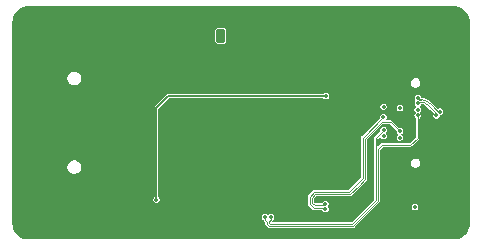
<source format=gbr>
%TF.GenerationSoftware,KiCad,Pcbnew,9.0.0-rc3*%
%TF.CreationDate,2025-02-11T14:32:45-05:00*%
%TF.ProjectId,melonHD,6d656c6f-6e48-4442-9e6b-696361645f70,rev?*%
%TF.SameCoordinates,PX7459280PY6422c40*%
%TF.FileFunction,Copper,L4,Bot*%
%TF.FilePolarity,Positive*%
%FSLAX46Y46*%
G04 Gerber Fmt 4.6, Leading zero omitted, Abs format (unit mm)*
G04 Created by KiCad (PCBNEW 9.0.0-rc3) date 2025-02-11 14:32:45*
%MOMM*%
%LPD*%
G01*
G04 APERTURE LIST*
%TA.AperFunction,ComponentPad*%
%ADD10O,1.600000X0.600000*%
%TD*%
%TA.AperFunction,ComponentPad*%
%ADD11O,1.690000X0.600000*%
%TD*%
%TA.AperFunction,ComponentPad*%
%ADD12O,0.600000X1.200000*%
%TD*%
%TA.AperFunction,ViaPad*%
%ADD13C,0.350000*%
%TD*%
%TA.AperFunction,ViaPad*%
%ADD14C,2.250000*%
%TD*%
%TA.AperFunction,Conductor*%
%ADD15C,0.350000*%
%TD*%
%TA.AperFunction,Conductor*%
%ADD16C,0.088900*%
%TD*%
%TA.AperFunction,Conductor*%
%ADD17C,0.127000*%
%TD*%
%TA.AperFunction,Conductor*%
%ADD18C,0.115000*%
%TD*%
G04 APERTURE END LIST*
%TA.AperFunction,ComponentPad*%
G36*
G01*
X5500000Y14905000D02*
X6550000Y14905000D01*
G75*
G02*
X7025000Y14430000I0J-475000D01*
G01*
X7025000Y14430000D01*
G75*
G02*
X6550000Y13955000I-475000J0D01*
G01*
X5500000Y13955000D01*
G75*
G02*
X5025000Y14430000I0J475000D01*
G01*
X5025000Y14430000D01*
G75*
G02*
X5500000Y14905000I475000J0D01*
G01*
G37*
%TD.AperFunction*%
%TA.AperFunction,ComponentPad*%
G36*
G01*
X5500000Y4045000D02*
X6550000Y4045000D01*
G75*
G02*
X7025000Y3570000I0J-475000D01*
G01*
X7025000Y3570000D01*
G75*
G02*
X6550000Y3095000I-475000J0D01*
G01*
X5500000Y3095000D01*
G75*
G02*
X5025000Y3570000I0J475000D01*
G01*
X5025000Y3570000D01*
G75*
G02*
X5500000Y4045000I475000J0D01*
G01*
G37*
%TD.AperFunction*%
%TA.AperFunction,ComponentPad*%
G36*
G01*
X1100000Y14905000D02*
X1950000Y14905000D01*
G75*
G02*
X2425000Y14430000I0J-475000D01*
G01*
X2425000Y14430000D01*
G75*
G02*
X1950000Y13955000I-475000J0D01*
G01*
X1100000Y13955000D01*
G75*
G02*
X625000Y14430000I0J475000D01*
G01*
X625000Y14430000D01*
G75*
G02*
X1100000Y14905000I475000J0D01*
G01*
G37*
%TD.AperFunction*%
%TA.AperFunction,ComponentPad*%
G36*
G01*
X1100000Y4045000D02*
X1950000Y4045000D01*
G75*
G02*
X2425000Y3570000I0J-475000D01*
G01*
X2425000Y3570000D01*
G75*
G02*
X1950000Y3095000I-475000J0D01*
G01*
X1100000Y3095000D01*
G75*
G02*
X625000Y3570000I0J475000D01*
G01*
X625000Y3570000D01*
G75*
G02*
X1100000Y4045000I475000J0D01*
G01*
G37*
%TD.AperFunction*%
D10*
X32925000Y4680000D03*
D11*
X37475000Y4680000D03*
D12*
X33425000Y4990000D03*
X33425000Y13010000D03*
D10*
X32925000Y13320000D03*
D11*
X37475000Y13320000D03*
%TA.AperFunction,ComponentPad*%
G36*
X31921004Y4706192D02*
G01*
X31921015Y4706383D01*
X31923015Y4732383D01*
X31923033Y4732573D01*
X31926033Y4758573D01*
X31926090Y4758944D01*
X31931090Y4784944D01*
X31931138Y4785167D01*
X31937138Y4810167D01*
X31937172Y4810300D01*
X31944172Y4836300D01*
X31944318Y4836756D01*
X31953318Y4860756D01*
X31953385Y4860923D01*
X31963385Y4884923D01*
X31963455Y4885083D01*
X31974455Y4909083D01*
X31974647Y4909460D01*
X31987647Y4932460D01*
X31987782Y4932684D01*
X32015782Y4976684D01*
X32016023Y4977030D01*
X32032023Y4998030D01*
X32032190Y4998238D01*
X32049190Y5018238D01*
X32049370Y5018439D01*
X32067370Y5037439D01*
X32067561Y5037630D01*
X32086561Y5055630D01*
X32086762Y5055810D01*
X32106762Y5072810D01*
X32106970Y5072977D01*
X32127970Y5088977D01*
X32128316Y5089218D01*
X32172316Y5117218D01*
X32172540Y5117353D01*
X32195540Y5130353D01*
X32195917Y5130545D01*
X32219917Y5141545D01*
X32220077Y5141615D01*
X32244077Y5151615D01*
X32244244Y5151682D01*
X32268244Y5160682D01*
X32268700Y5160828D01*
X32294700Y5167828D01*
X32294833Y5167862D01*
X32319833Y5173862D01*
X32320056Y5173910D01*
X32346056Y5178910D01*
X32346427Y5178967D01*
X32372427Y5181967D01*
X32372617Y5181985D01*
X32398617Y5183985D01*
X32398808Y5183996D01*
X32424808Y5184996D01*
X32425000Y5185000D01*
X32929820Y5185000D01*
X32930764Y5185472D01*
X32933000Y5186000D01*
X32933820Y5186000D01*
X32936764Y5187472D01*
X32939000Y5188000D01*
X32939820Y5188000D01*
X32944036Y5190108D01*
X32946464Y5192536D01*
X32947764Y5193472D01*
X32948273Y5193726D01*
X32948528Y5194236D01*
X32950764Y5196472D01*
X32951273Y5196726D01*
X32951528Y5197236D01*
X32952464Y5198536D01*
X32954892Y5200964D01*
X32957000Y5205180D01*
X32957000Y5206000D01*
X32957528Y5208236D01*
X32959000Y5211180D01*
X32959000Y5212000D01*
X32959528Y5214236D01*
X32960000Y5215180D01*
X32960000Y5260000D01*
X32960004Y5260208D01*
X32961004Y5284208D01*
X32961017Y5284415D01*
X32963017Y5308415D01*
X32963039Y5308620D01*
X32966039Y5332620D01*
X32966068Y5332822D01*
X32970068Y5356822D01*
X32970162Y5357262D01*
X32976162Y5380262D01*
X32976217Y5380456D01*
X32983217Y5403456D01*
X32983278Y5403643D01*
X32991278Y5426643D01*
X32991372Y5426893D01*
X33000372Y5448893D01*
X33000448Y5449069D01*
X33010448Y5471069D01*
X33010659Y5471481D01*
X33034659Y5513481D01*
X33034975Y5513966D01*
X33048975Y5532966D01*
X33049076Y5533098D01*
X33079076Y5571098D01*
X33079464Y5571536D01*
X33113464Y5605536D01*
X33113902Y5605924D01*
X33151902Y5635924D01*
X33152034Y5636025D01*
X33171034Y5650025D01*
X33171519Y5650341D01*
X33213519Y5674341D01*
X33213931Y5674552D01*
X33235931Y5684552D01*
X33236107Y5684628D01*
X33258107Y5693628D01*
X33258357Y5693722D01*
X33281357Y5701722D01*
X33281544Y5701783D01*
X33304544Y5708783D01*
X33304738Y5708838D01*
X33327738Y5714838D01*
X33328178Y5714932D01*
X33352178Y5718932D01*
X33352380Y5718961D01*
X33376380Y5721961D01*
X33376585Y5721983D01*
X33400585Y5723983D01*
X33400792Y5723996D01*
X33424792Y5724996D01*
X33425192Y5724996D01*
X33451192Y5723996D01*
X33451383Y5723985D01*
X33477383Y5721985D01*
X33477573Y5721967D01*
X33503573Y5718967D01*
X33503944Y5718910D01*
X33529944Y5713910D01*
X33530167Y5713862D01*
X33555167Y5707862D01*
X33555300Y5707828D01*
X33581300Y5700828D01*
X33581756Y5700682D01*
X33605756Y5691682D01*
X33605923Y5691615D01*
X33629923Y5681615D01*
X33630083Y5681545D01*
X33654083Y5670545D01*
X33654460Y5670353D01*
X33677460Y5657353D01*
X33677684Y5657218D01*
X33721684Y5629218D01*
X33722030Y5628977D01*
X33743030Y5612977D01*
X33743238Y5612810D01*
X33763238Y5595810D01*
X33763439Y5595630D01*
X33782439Y5577630D01*
X33782630Y5577439D01*
X33800630Y5558439D01*
X33800810Y5558238D01*
X33817810Y5538238D01*
X33817977Y5538030D01*
X33833977Y5517030D01*
X33834218Y5516684D01*
X33862218Y5472684D01*
X33862353Y5472460D01*
X33875353Y5449460D01*
X33875545Y5449083D01*
X33886545Y5425083D01*
X33886615Y5424923D01*
X33896615Y5400923D01*
X33896682Y5400756D01*
X33905682Y5376756D01*
X33905828Y5376300D01*
X33912828Y5350300D01*
X33912862Y5350167D01*
X33918862Y5325167D01*
X33918910Y5324944D01*
X33923910Y5298944D01*
X33923967Y5298573D01*
X33926967Y5272573D01*
X33926985Y5272383D01*
X33928985Y5246383D01*
X33928996Y5246192D01*
X33929996Y5220192D01*
X33930000Y5220000D01*
X33930000Y4680000D01*
X33929996Y4679808D01*
X33928996Y4653808D01*
X33928985Y4653617D01*
X33926985Y4627617D01*
X33926967Y4627427D01*
X33923967Y4601427D01*
X33923910Y4601056D01*
X33918910Y4575056D01*
X33918862Y4574833D01*
X33912862Y4549833D01*
X33912828Y4549700D01*
X33905828Y4523700D01*
X33905682Y4523244D01*
X33896682Y4499244D01*
X33896615Y4499077D01*
X33886615Y4475077D01*
X33886545Y4474917D01*
X33875545Y4450917D01*
X33875353Y4450540D01*
X33862353Y4427540D01*
X33862218Y4427316D01*
X33834218Y4383316D01*
X33833977Y4382970D01*
X33817977Y4361970D01*
X33817810Y4361762D01*
X33800810Y4341762D01*
X33800630Y4341561D01*
X33782630Y4322561D01*
X33782439Y4322370D01*
X33763439Y4304370D01*
X33763238Y4304190D01*
X33743238Y4287190D01*
X33743030Y4287023D01*
X33722030Y4271023D01*
X33721684Y4270782D01*
X33677684Y4242782D01*
X33677460Y4242647D01*
X33654460Y4229647D01*
X33654083Y4229455D01*
X33630083Y4218455D01*
X33629923Y4218385D01*
X33605923Y4208385D01*
X33605756Y4208318D01*
X33581756Y4199318D01*
X33581300Y4199172D01*
X33555300Y4192172D01*
X33555167Y4192138D01*
X33530167Y4186138D01*
X33529944Y4186090D01*
X33503944Y4181090D01*
X33503573Y4181033D01*
X33477573Y4178033D01*
X33477383Y4178015D01*
X33451383Y4176015D01*
X33451192Y4176004D01*
X33425192Y4175004D01*
X33425000Y4175000D01*
X32425000Y4175000D01*
X32424808Y4175004D01*
X32398808Y4176004D01*
X32398617Y4176015D01*
X32372617Y4178015D01*
X32372427Y4178033D01*
X32346427Y4181033D01*
X32346056Y4181090D01*
X32320056Y4186090D01*
X32319833Y4186138D01*
X32294833Y4192138D01*
X32294700Y4192172D01*
X32268700Y4199172D01*
X32268244Y4199318D01*
X32244244Y4208318D01*
X32244077Y4208385D01*
X32220077Y4218385D01*
X32219917Y4218455D01*
X32195917Y4229455D01*
X32195540Y4229647D01*
X32172540Y4242647D01*
X32172316Y4242782D01*
X32128316Y4270782D01*
X32127970Y4271023D01*
X32106970Y4287023D01*
X32106762Y4287190D01*
X32086762Y4304190D01*
X32086561Y4304370D01*
X32067561Y4322370D01*
X32067370Y4322561D01*
X32049370Y4341561D01*
X32049190Y4341762D01*
X32032190Y4361762D01*
X32032023Y4361970D01*
X32016023Y4382970D01*
X32015782Y4383316D01*
X31987782Y4427316D01*
X31987647Y4427540D01*
X31974647Y4450540D01*
X31974455Y4450917D01*
X31963455Y4474917D01*
X31963385Y4475077D01*
X31953385Y4499077D01*
X31953318Y4499244D01*
X31944318Y4523244D01*
X31944172Y4523700D01*
X31937172Y4549700D01*
X31937138Y4549833D01*
X31931138Y4574833D01*
X31931090Y4575056D01*
X31926090Y4601056D01*
X31926033Y4601427D01*
X31923033Y4627427D01*
X31923015Y4627617D01*
X31921015Y4653617D01*
X31921004Y4653808D01*
X31920004Y4679808D01*
X31920004Y4680192D01*
X31921004Y4706192D01*
G37*
%TD.AperFunction*%
%TA.AperFunction,ComponentPad*%
G36*
X31931004Y13346192D02*
G01*
X31931015Y13346383D01*
X31933015Y13372383D01*
X31933033Y13372573D01*
X31936033Y13398573D01*
X31936090Y13398944D01*
X31941090Y13424944D01*
X31941138Y13425167D01*
X31947138Y13450167D01*
X31947172Y13450300D01*
X31954172Y13476300D01*
X31954318Y13476756D01*
X31963318Y13500756D01*
X31963385Y13500923D01*
X31973385Y13524923D01*
X31973455Y13525083D01*
X31984455Y13549083D01*
X31984647Y13549460D01*
X31997647Y13572460D01*
X31997782Y13572684D01*
X32025782Y13616684D01*
X32026023Y13617030D01*
X32042023Y13638030D01*
X32042190Y13638238D01*
X32059190Y13658238D01*
X32059370Y13658439D01*
X32077370Y13677439D01*
X32077561Y13677630D01*
X32096561Y13695630D01*
X32096762Y13695810D01*
X32116762Y13712810D01*
X32116970Y13712977D01*
X32137970Y13728977D01*
X32138316Y13729218D01*
X32182316Y13757218D01*
X32182540Y13757353D01*
X32205540Y13770353D01*
X32205917Y13770545D01*
X32229917Y13781545D01*
X32230077Y13781615D01*
X32254077Y13791615D01*
X32254244Y13791682D01*
X32278244Y13800682D01*
X32278700Y13800828D01*
X32304700Y13807828D01*
X32304833Y13807862D01*
X32329833Y13813862D01*
X32330056Y13813910D01*
X32356056Y13818910D01*
X32356427Y13818967D01*
X32382427Y13821967D01*
X32382617Y13821985D01*
X32408617Y13823985D01*
X32408808Y13823996D01*
X32434808Y13824996D01*
X32435000Y13825000D01*
X33425000Y13825000D01*
X33425192Y13824996D01*
X33451192Y13823996D01*
X33451383Y13823985D01*
X33477383Y13821985D01*
X33477573Y13821967D01*
X33503573Y13818967D01*
X33503944Y13818910D01*
X33529944Y13813910D01*
X33530167Y13813862D01*
X33555167Y13807862D01*
X33555300Y13807828D01*
X33581300Y13800828D01*
X33581756Y13800682D01*
X33605756Y13791682D01*
X33605923Y13791615D01*
X33629923Y13781615D01*
X33630083Y13781545D01*
X33654083Y13770545D01*
X33654460Y13770353D01*
X33677460Y13757353D01*
X33677684Y13757218D01*
X33721684Y13729218D01*
X33722030Y13728977D01*
X33743030Y13712977D01*
X33743238Y13712810D01*
X33763238Y13695810D01*
X33763439Y13695630D01*
X33782439Y13677630D01*
X33782630Y13677439D01*
X33800630Y13658439D01*
X33800810Y13658238D01*
X33817810Y13638238D01*
X33817977Y13638030D01*
X33833977Y13617030D01*
X33834218Y13616684D01*
X33862218Y13572684D01*
X33862353Y13572460D01*
X33875353Y13549460D01*
X33875545Y13549083D01*
X33886545Y13525083D01*
X33886615Y13524923D01*
X33896615Y13500923D01*
X33896682Y13500756D01*
X33905682Y13476756D01*
X33905828Y13476300D01*
X33912828Y13450300D01*
X33912862Y13450167D01*
X33918862Y13425167D01*
X33918910Y13424944D01*
X33923910Y13398944D01*
X33923967Y13398573D01*
X33926967Y13372573D01*
X33926985Y13372383D01*
X33928985Y13346383D01*
X33928996Y13346192D01*
X33929996Y13320192D01*
X33930000Y13320000D01*
X33930000Y12780000D01*
X33929996Y12779808D01*
X33928996Y12753808D01*
X33928985Y12753617D01*
X33926985Y12727617D01*
X33926967Y12727427D01*
X33923967Y12701427D01*
X33923910Y12701056D01*
X33918910Y12675056D01*
X33918862Y12674833D01*
X33912862Y12649833D01*
X33912828Y12649700D01*
X33905828Y12623700D01*
X33905682Y12623244D01*
X33896682Y12599244D01*
X33896615Y12599077D01*
X33886615Y12575077D01*
X33886545Y12574917D01*
X33875545Y12550917D01*
X33875353Y12550540D01*
X33862353Y12527540D01*
X33862218Y12527316D01*
X33834218Y12483316D01*
X33833977Y12482970D01*
X33817977Y12461970D01*
X33817810Y12461762D01*
X33800810Y12441762D01*
X33800630Y12441561D01*
X33782630Y12422561D01*
X33782439Y12422370D01*
X33763439Y12404370D01*
X33763238Y12404190D01*
X33743238Y12387190D01*
X33743030Y12387023D01*
X33722030Y12371023D01*
X33721684Y12370782D01*
X33677684Y12342782D01*
X33677460Y12342647D01*
X33654460Y12329647D01*
X33654083Y12329455D01*
X33630083Y12318455D01*
X33629923Y12318385D01*
X33605923Y12308385D01*
X33605756Y12308318D01*
X33581756Y12299318D01*
X33581300Y12299172D01*
X33555300Y12292172D01*
X33555167Y12292138D01*
X33530167Y12286138D01*
X33529944Y12286090D01*
X33503944Y12281090D01*
X33503573Y12281033D01*
X33477573Y12278033D01*
X33477383Y12278015D01*
X33451383Y12276015D01*
X33451192Y12276004D01*
X33425192Y12275004D01*
X33424815Y12275003D01*
X33397815Y12276003D01*
X33397567Y12276019D01*
X33374567Y12278019D01*
X33374178Y12278068D01*
X33350178Y12282068D01*
X33349938Y12282114D01*
X33326938Y12287114D01*
X33326738Y12287162D01*
X33303738Y12293162D01*
X33303544Y12293217D01*
X33280544Y12300217D01*
X33280291Y12300301D01*
X33258291Y12308301D01*
X33257931Y12308448D01*
X33213931Y12328448D01*
X33213428Y12328713D01*
X33193428Y12340713D01*
X33193275Y12340808D01*
X33173275Y12353808D01*
X33173133Y12353904D01*
X33153133Y12367904D01*
X33152930Y12368053D01*
X33134930Y12382053D01*
X33134678Y12382263D01*
X33116678Y12398263D01*
X33116464Y12398464D01*
X33099464Y12415464D01*
X33099359Y12415573D01*
X33083359Y12432573D01*
X33083175Y12432779D01*
X33067175Y12451779D01*
X33066975Y12452034D01*
X33052975Y12471034D01*
X33052808Y12471275D01*
X33039808Y12491275D01*
X33039713Y12491428D01*
X33027713Y12511428D01*
X33027528Y12511764D01*
X33016528Y12533764D01*
X33016486Y12533850D01*
X33006486Y12554850D01*
X33006372Y12555107D01*
X32997372Y12577107D01*
X32997217Y12577544D01*
X32983217Y12623544D01*
X32983114Y12623938D01*
X32978114Y12646938D01*
X32978068Y12647178D01*
X32974068Y12671178D01*
X32974019Y12671567D01*
X32972017Y12694585D01*
X32970017Y12718585D01*
X32970000Y12719000D01*
X32970000Y12784820D01*
X32969528Y12785764D01*
X32969000Y12788000D01*
X32969000Y12788820D01*
X32967528Y12791764D01*
X32967000Y12794000D01*
X32967000Y12794820D01*
X32964892Y12799036D01*
X32962464Y12801464D01*
X32961528Y12802764D01*
X32961273Y12803274D01*
X32960764Y12803528D01*
X32958528Y12805764D01*
X32958273Y12806274D01*
X32957764Y12806528D01*
X32956464Y12807464D01*
X32954036Y12809892D01*
X32949820Y12812000D01*
X32949000Y12812000D01*
X32946764Y12812528D01*
X32943820Y12814000D01*
X32943000Y12814000D01*
X32940764Y12814528D01*
X32939820Y12815000D01*
X32435000Y12815000D01*
X32434808Y12815004D01*
X32408808Y12816004D01*
X32408617Y12816015D01*
X32382617Y12818015D01*
X32382427Y12818033D01*
X32356427Y12821033D01*
X32356056Y12821090D01*
X32330056Y12826090D01*
X32329833Y12826138D01*
X32304833Y12832138D01*
X32304700Y12832172D01*
X32278700Y12839172D01*
X32278244Y12839318D01*
X32254244Y12848318D01*
X32254077Y12848385D01*
X32230077Y12858385D01*
X32229917Y12858455D01*
X32205917Y12869455D01*
X32205540Y12869647D01*
X32182540Y12882647D01*
X32182316Y12882782D01*
X32138316Y12910782D01*
X32137970Y12911023D01*
X32116970Y12927023D01*
X32116762Y12927190D01*
X32096762Y12944190D01*
X32096561Y12944370D01*
X32077561Y12962370D01*
X32077370Y12962561D01*
X32059370Y12981561D01*
X32059190Y12981762D01*
X32042190Y13001762D01*
X32042023Y13001970D01*
X32026023Y13022970D01*
X32025782Y13023316D01*
X31997782Y13067316D01*
X31997647Y13067540D01*
X31984647Y13090540D01*
X31984455Y13090917D01*
X31973455Y13114917D01*
X31973385Y13115077D01*
X31963385Y13139077D01*
X31963318Y13139244D01*
X31954318Y13163244D01*
X31954172Y13163700D01*
X31947172Y13189700D01*
X31947138Y13189833D01*
X31941138Y13214833D01*
X31941090Y13215056D01*
X31936090Y13241056D01*
X31936033Y13241427D01*
X31933033Y13267427D01*
X31933015Y13267617D01*
X31931015Y13293617D01*
X31931004Y13293808D01*
X31930004Y13319808D01*
X31930004Y13320192D01*
X31931004Y13346192D01*
G37*
%TD.AperFunction*%
%TA.AperFunction,ComponentPad*%
G36*
X36320015Y4943383D02*
G01*
X36321015Y4956383D01*
X36321058Y4956760D01*
X36325058Y4982760D01*
X36325221Y4983470D01*
X36329180Y4996335D01*
X36332149Y5008213D01*
X36332333Y5008795D01*
X36337333Y5021795D01*
X36337385Y5021923D01*
X36342385Y5033923D01*
X36342448Y5034069D01*
X36347448Y5045069D01*
X36347528Y5045236D01*
X36353528Y5057236D01*
X36353782Y5057684D01*
X36360782Y5068684D01*
X36360956Y5068941D01*
X36368956Y5079941D01*
X36369096Y5080123D01*
X36385096Y5100123D01*
X36385284Y5100345D01*
X36394284Y5110345D01*
X36394655Y5110716D01*
X36404655Y5119716D01*
X36404877Y5119904D01*
X36424877Y5135904D01*
X36425059Y5136044D01*
X36436059Y5144044D01*
X36436316Y5144218D01*
X36447316Y5151218D01*
X36447764Y5151472D01*
X36459764Y5157472D01*
X36459931Y5157552D01*
X36470931Y5162552D01*
X36471077Y5162615D01*
X36483077Y5167615D01*
X36483205Y5167667D01*
X36496205Y5172667D01*
X36496787Y5172851D01*
X36508665Y5175820D01*
X36521530Y5179779D01*
X36522240Y5179942D01*
X36548240Y5183942D01*
X36548617Y5183985D01*
X36561617Y5184985D01*
X36562000Y5185000D01*
X38388000Y5185000D01*
X38388383Y5184985D01*
X38401383Y5183985D01*
X38401760Y5183942D01*
X38427760Y5179942D01*
X38428470Y5179779D01*
X38441335Y5175820D01*
X38453213Y5172851D01*
X38453795Y5172667D01*
X38466795Y5167667D01*
X38466923Y5167615D01*
X38478923Y5162615D01*
X38479069Y5162552D01*
X38490069Y5157552D01*
X38490236Y5157472D01*
X38502236Y5151472D01*
X38502684Y5151218D01*
X38513684Y5144218D01*
X38513941Y5144044D01*
X38524941Y5136044D01*
X38525123Y5135904D01*
X38545123Y5119904D01*
X38545345Y5119716D01*
X38555345Y5110716D01*
X38555716Y5110345D01*
X38564716Y5100345D01*
X38564904Y5100123D01*
X38580904Y5080123D01*
X38581044Y5079941D01*
X38589044Y5068941D01*
X38589218Y5068684D01*
X38596218Y5057684D01*
X38596472Y5057236D01*
X38602472Y5045236D01*
X38602552Y5045069D01*
X38607552Y5034069D01*
X38607615Y5033923D01*
X38612615Y5021923D01*
X38612667Y5021795D01*
X38617667Y5008795D01*
X38617851Y5008213D01*
X38620820Y4996335D01*
X38624779Y4983470D01*
X38624942Y4982760D01*
X38628942Y4956760D01*
X38628985Y4956383D01*
X38629985Y4943383D01*
X38630000Y4943000D01*
X38630000Y4417000D01*
X38629985Y4416617D01*
X38628985Y4403617D01*
X38628942Y4403240D01*
X38624942Y4377240D01*
X38624779Y4376530D01*
X38620820Y4363665D01*
X38617851Y4351787D01*
X38617667Y4351205D01*
X38612667Y4338205D01*
X38612615Y4338077D01*
X38607615Y4326077D01*
X38607552Y4325931D01*
X38602552Y4314931D01*
X38602472Y4314764D01*
X38596472Y4302764D01*
X38596218Y4302316D01*
X38589218Y4291316D01*
X38589044Y4291059D01*
X38581044Y4280059D01*
X38580904Y4279877D01*
X38564904Y4259877D01*
X38564716Y4259655D01*
X38555716Y4249655D01*
X38555345Y4249284D01*
X38545345Y4240284D01*
X38545123Y4240096D01*
X38525123Y4224096D01*
X38524941Y4223956D01*
X38513941Y4215956D01*
X38513684Y4215782D01*
X38502684Y4208782D01*
X38502236Y4208528D01*
X38490236Y4202528D01*
X38490069Y4202448D01*
X38479069Y4197448D01*
X38478923Y4197385D01*
X38466923Y4192385D01*
X38466795Y4192333D01*
X38453795Y4187333D01*
X38453213Y4187149D01*
X38441335Y4184180D01*
X38428470Y4180221D01*
X38427760Y4180058D01*
X38401760Y4176058D01*
X38401383Y4176015D01*
X38388383Y4175015D01*
X38388000Y4175000D01*
X36562000Y4175000D01*
X36561617Y4175015D01*
X36548617Y4176015D01*
X36548240Y4176058D01*
X36522240Y4180058D01*
X36521530Y4180221D01*
X36508665Y4184180D01*
X36496787Y4187149D01*
X36496205Y4187333D01*
X36483205Y4192333D01*
X36483077Y4192385D01*
X36471077Y4197385D01*
X36470931Y4197448D01*
X36459931Y4202448D01*
X36459764Y4202528D01*
X36447764Y4208528D01*
X36447316Y4208782D01*
X36436316Y4215782D01*
X36436059Y4215956D01*
X36425059Y4223956D01*
X36424877Y4224096D01*
X36404877Y4240096D01*
X36404655Y4240284D01*
X36394655Y4249284D01*
X36394284Y4249655D01*
X36385284Y4259655D01*
X36385096Y4259877D01*
X36369096Y4279877D01*
X36368956Y4280059D01*
X36360956Y4291059D01*
X36360782Y4291316D01*
X36353782Y4302316D01*
X36353528Y4302764D01*
X36347528Y4314764D01*
X36347448Y4314931D01*
X36342448Y4325931D01*
X36342385Y4326077D01*
X36337385Y4338077D01*
X36337333Y4338205D01*
X36332333Y4351205D01*
X36332149Y4351787D01*
X36329180Y4363665D01*
X36325221Y4376530D01*
X36325058Y4377240D01*
X36321058Y4403240D01*
X36321015Y4403617D01*
X36320015Y4416617D01*
X36320000Y4417000D01*
X36320000Y4943000D01*
X36320015Y4943383D01*
G37*
%TD.AperFunction*%
%TA.AperFunction,ComponentPad*%
G36*
X36320015Y13583383D02*
G01*
X36321015Y13596383D01*
X36321058Y13596760D01*
X36325058Y13622760D01*
X36325221Y13623470D01*
X36329180Y13636335D01*
X36332149Y13648213D01*
X36332333Y13648795D01*
X36337333Y13661795D01*
X36337385Y13661923D01*
X36342385Y13673923D01*
X36342448Y13674069D01*
X36347448Y13685069D01*
X36347528Y13685236D01*
X36353528Y13697236D01*
X36353782Y13697684D01*
X36360782Y13708684D01*
X36360956Y13708941D01*
X36368956Y13719941D01*
X36369096Y13720123D01*
X36385096Y13740123D01*
X36385284Y13740345D01*
X36394284Y13750345D01*
X36394655Y13750716D01*
X36404655Y13759716D01*
X36404877Y13759904D01*
X36424877Y13775904D01*
X36425059Y13776044D01*
X36436059Y13784044D01*
X36436316Y13784218D01*
X36447316Y13791218D01*
X36447764Y13791472D01*
X36459764Y13797472D01*
X36459931Y13797552D01*
X36470931Y13802552D01*
X36471077Y13802615D01*
X36483077Y13807615D01*
X36483205Y13807667D01*
X36496205Y13812667D01*
X36496787Y13812851D01*
X36508665Y13815820D01*
X36521530Y13819779D01*
X36522240Y13819942D01*
X36548240Y13823942D01*
X36548617Y13823985D01*
X36561617Y13824985D01*
X36562000Y13825000D01*
X38388000Y13825000D01*
X38388383Y13824985D01*
X38401383Y13823985D01*
X38401760Y13823942D01*
X38427760Y13819942D01*
X38428470Y13819779D01*
X38441335Y13815820D01*
X38453213Y13812851D01*
X38453795Y13812667D01*
X38466795Y13807667D01*
X38466923Y13807615D01*
X38478923Y13802615D01*
X38479069Y13802552D01*
X38490069Y13797552D01*
X38490236Y13797472D01*
X38502236Y13791472D01*
X38502684Y13791218D01*
X38513684Y13784218D01*
X38513941Y13784044D01*
X38524941Y13776044D01*
X38525123Y13775904D01*
X38545123Y13759904D01*
X38545345Y13759716D01*
X38555345Y13750716D01*
X38555716Y13750345D01*
X38564716Y13740345D01*
X38564904Y13740123D01*
X38580904Y13720123D01*
X38581044Y13719941D01*
X38589044Y13708941D01*
X38589218Y13708684D01*
X38596218Y13697684D01*
X38596472Y13697236D01*
X38602472Y13685236D01*
X38602552Y13685069D01*
X38607552Y13674069D01*
X38607615Y13673923D01*
X38612615Y13661923D01*
X38612667Y13661795D01*
X38617667Y13648795D01*
X38617851Y13648213D01*
X38620820Y13636335D01*
X38624779Y13623470D01*
X38624942Y13622760D01*
X38628942Y13596760D01*
X38628985Y13596383D01*
X38629985Y13583383D01*
X38630000Y13583000D01*
X38630000Y13057000D01*
X38629985Y13056617D01*
X38628985Y13043617D01*
X38628942Y13043240D01*
X38624942Y13017240D01*
X38624779Y13016530D01*
X38620820Y13003665D01*
X38617851Y12991787D01*
X38617667Y12991205D01*
X38612667Y12978205D01*
X38612615Y12978077D01*
X38607615Y12966077D01*
X38607552Y12965931D01*
X38602552Y12954931D01*
X38602472Y12954764D01*
X38596472Y12942764D01*
X38596218Y12942316D01*
X38589218Y12931316D01*
X38589044Y12931059D01*
X38581044Y12920059D01*
X38580904Y12919877D01*
X38564904Y12899877D01*
X38564716Y12899655D01*
X38555716Y12889655D01*
X38555345Y12889284D01*
X38545345Y12880284D01*
X38545123Y12880096D01*
X38525123Y12864096D01*
X38524941Y12863956D01*
X38513941Y12855956D01*
X38513684Y12855782D01*
X38502684Y12848782D01*
X38502236Y12848528D01*
X38490236Y12842528D01*
X38490069Y12842448D01*
X38479069Y12837448D01*
X38478923Y12837385D01*
X38466923Y12832385D01*
X38466795Y12832333D01*
X38453795Y12827333D01*
X38453213Y12827149D01*
X38441335Y12824180D01*
X38428470Y12820221D01*
X38427760Y12820058D01*
X38401760Y12816058D01*
X38401383Y12816015D01*
X38388383Y12815015D01*
X38388000Y12815000D01*
X36562000Y12815000D01*
X36561617Y12815015D01*
X36548617Y12816015D01*
X36548240Y12816058D01*
X36522240Y12820058D01*
X36521530Y12820221D01*
X36508665Y12824180D01*
X36496787Y12827149D01*
X36496205Y12827333D01*
X36483205Y12832333D01*
X36483077Y12832385D01*
X36471077Y12837385D01*
X36470931Y12837448D01*
X36459931Y12842448D01*
X36459764Y12842528D01*
X36447764Y12848528D01*
X36447316Y12848782D01*
X36436316Y12855782D01*
X36436059Y12855956D01*
X36425059Y12863956D01*
X36424877Y12864096D01*
X36404877Y12880096D01*
X36404655Y12880284D01*
X36394655Y12889284D01*
X36394284Y12889655D01*
X36385284Y12899655D01*
X36385096Y12899877D01*
X36369096Y12919877D01*
X36368956Y12920059D01*
X36360956Y12931059D01*
X36360782Y12931316D01*
X36353782Y12942316D01*
X36353528Y12942764D01*
X36347528Y12954764D01*
X36347448Y12954931D01*
X36342448Y12965931D01*
X36342385Y12966077D01*
X36337385Y12978077D01*
X36337333Y12978205D01*
X36332333Y12991205D01*
X36332149Y12991787D01*
X36329180Y13003665D01*
X36325221Y13016530D01*
X36325058Y13017240D01*
X36321058Y13043240D01*
X36321015Y13043617D01*
X36320015Y13056617D01*
X36320000Y13057000D01*
X36320000Y13583000D01*
X36320015Y13583383D01*
G37*
%TD.AperFunction*%
D13*
X17974872Y15960080D03*
X17574872Y15960080D03*
X32933614Y10242001D03*
X17574872Y16360080D03*
X17574872Y16760080D03*
X31568865Y10379061D03*
X31567638Y7880268D03*
X17974872Y16360080D03*
X32933614Y7742001D03*
X34453087Y10121782D03*
X17974872Y16760080D03*
X34233614Y1892001D03*
X20733614Y5442001D03*
X13333614Y10392001D03*
X35533614Y-307999D03*
X14923614Y3612001D03*
D14*
X37500000Y500000D03*
D13*
X13533614Y17492001D03*
X5150000Y11392001D03*
X10533614Y8992001D03*
X3550000Y9100000D03*
X3600000Y13150000D03*
X3600000Y5150000D03*
X20733614Y7442001D03*
X29402011Y-351520D03*
X21020762Y18203468D03*
X21733614Y5442001D03*
X6550000Y6000000D03*
X10533614Y7492001D03*
X26553614Y912001D03*
X32166541Y12362369D03*
X13033614Y12792001D03*
X25033614Y16792001D03*
X13083614Y6322001D03*
X28633614Y1862001D03*
X31545115Y12705493D03*
X31700000Y6000000D03*
X10533614Y5992001D03*
X30863643Y12047490D03*
X17783614Y10452001D03*
X2633614Y2192001D03*
X9933614Y4292001D03*
X6550000Y9600000D03*
X32163878Y5851436D03*
X32638799Y5596478D03*
X14733614Y1992001D03*
D14*
X37500000Y17500000D03*
D13*
X34405946Y13082119D03*
X10603499Y10473800D03*
X36145065Y14050067D03*
X31838932Y5451502D03*
X19733614Y6442001D03*
X19733614Y5442001D03*
X21733614Y7442001D03*
X32633614Y16712001D03*
X21133614Y15992001D03*
X32873760Y6046404D03*
X6550000Y7200000D03*
X38050000Y11700000D03*
X35850000Y3000000D03*
X23049963Y13872856D03*
X10504039Y12020917D03*
X19733614Y7442001D03*
X9400000Y6000000D03*
X28483614Y8252001D03*
X13203614Y15322001D03*
X31610777Y4983076D03*
X30473614Y5272001D03*
X13333614Y1992001D03*
X34233614Y492001D03*
X38133614Y2792001D03*
X34908423Y6016409D03*
X34841757Y15124890D03*
X14733614Y10392001D03*
X28463614Y6432001D03*
X14923614Y5442001D03*
X6550000Y11200000D03*
X25233614Y-407999D03*
X21793614Y1682001D03*
X13733614Y-307999D03*
X27433614Y18292001D03*
X10263614Y14212001D03*
X1600000Y6900000D03*
X16133614Y17092001D03*
X28833614Y13502001D03*
X13043614Y8132001D03*
X28133614Y10392001D03*
X20006162Y2885475D03*
X29873614Y11542001D03*
X26543614Y7332001D03*
X26543614Y3702001D03*
X33009002Y11984714D03*
X7633614Y4992001D03*
X34469751Y11547903D03*
X25033614Y18292001D03*
X26553614Y9102001D03*
X23923614Y10752001D03*
X4203614Y612001D03*
X14913614Y7212001D03*
X34273876Y13604893D03*
X32650714Y12309110D03*
X16633614Y16892001D03*
X18433614Y-407999D03*
X35488327Y6711294D03*
X37500000Y9000000D03*
X36154029Y11432432D03*
X16633614Y18292001D03*
X16133614Y18092001D03*
X3358614Y17292001D03*
X21223614Y11912001D03*
X20733614Y6442001D03*
D14*
X1500000Y500000D03*
D13*
X26543614Y5482001D03*
X19333614Y13592001D03*
X30513614Y9242001D03*
X6450000Y2000000D03*
X37850000Y6200000D03*
X26733614Y10392001D03*
X38133614Y15492001D03*
X17533614Y1592001D03*
X9933614Y16442001D03*
X5000000Y7050000D03*
X35701691Y9329107D03*
X30933614Y10142001D03*
X21733614Y6442001D03*
X9400000Y9000000D03*
X13093614Y4532001D03*
X28473614Y4622001D03*
X7483614Y15392001D03*
X1500000Y10950000D03*
X35833614Y16692001D03*
X3450000Y15250000D03*
X15833614Y13592001D03*
X36659566Y10284935D03*
X30023614Y2952001D03*
X6535717Y-374813D03*
X6550000Y8400000D03*
X16133614Y17592001D03*
X14913614Y9042001D03*
D14*
X1500000Y17500000D03*
D13*
X34449191Y9628541D03*
X21533614Y1042001D03*
X22033614Y1042001D03*
X31568106Y8373844D03*
X26673614Y11292001D03*
X12333614Y2492001D03*
X26633614Y1712001D03*
X31545365Y9483372D03*
X32938896Y8296087D03*
X26633614Y2150904D03*
X34466897Y11092001D03*
X36345175Y9945175D03*
X36034825Y9634825D03*
X34462781Y10653118D03*
D15*
X17574872Y15960080D02*
X17974872Y15960080D01*
X17574872Y16760080D02*
X17974872Y16360080D01*
X17574872Y16760080D02*
X17974872Y16760080D01*
X17574872Y16360080D02*
X17974872Y15960080D01*
X17974872Y15960080D02*
X17974872Y16760080D01*
X17574872Y16760080D02*
X17574872Y15960080D01*
D16*
X21862414Y263201D02*
X21683614Y442001D01*
X34452338Y7752338D02*
X33828314Y7128314D01*
X34449191Y9628541D02*
X34452338Y9625394D01*
X21533614Y792001D02*
X21533614Y1042001D01*
X31083614Y2362001D02*
X28983614Y262001D01*
X33828314Y7128314D02*
X31428314Y7128314D01*
X34452338Y9625394D02*
X34452338Y7752338D01*
X27954814Y263201D02*
X21862414Y263201D01*
X31083614Y6783614D02*
X31083614Y2362001D01*
X31428314Y7128314D02*
X31083614Y6783614D01*
X28983614Y262001D02*
X27956014Y262001D01*
X21683614Y442001D02*
X21683614Y642001D01*
X21683614Y642001D02*
X21533614Y792001D01*
X27956014Y262001D02*
X27954814Y263201D01*
X28028876Y442001D02*
X28030076Y440801D01*
X30900000Y7708387D02*
X31565457Y8373844D01*
X30900000Y2431249D02*
X30900000Y7708387D01*
X31565457Y8373844D02*
X31568106Y8373844D01*
X21936476Y442001D02*
X27880752Y442001D01*
X28028875Y442001D02*
X28028876Y442001D01*
X21883614Y649393D02*
X21883614Y494863D01*
X28909552Y440801D02*
X30900000Y2431249D01*
X22033614Y799393D02*
X21883614Y649393D01*
X28030076Y440801D02*
X28909552Y440801D01*
X21883614Y494863D02*
X21936476Y442001D01*
X27880752Y442001D02*
X28028875Y442001D01*
X22033614Y1042001D02*
X22033614Y799393D01*
D17*
X12333614Y10292001D02*
X12333614Y2492001D01*
X13333614Y11292001D02*
X12333614Y10292001D01*
X26673614Y11292001D02*
X13333614Y11292001D01*
D18*
X29398586Y3900000D02*
X28650587Y3152001D01*
X25628742Y1817101D02*
X26528514Y1817101D01*
X25293614Y2762001D02*
X25293614Y2152229D01*
X29813614Y4313614D02*
X29400000Y3900000D01*
X25293614Y2152229D02*
X25628742Y1817101D01*
X31545365Y9483372D02*
X31539192Y9483372D01*
X31539192Y9483372D02*
X29813614Y7757794D01*
X26528514Y1817101D02*
X26633614Y1712001D01*
X28650587Y3152001D02*
X25683614Y3152001D01*
X29813614Y7757794D02*
X29813614Y4313614D01*
X25683614Y3152001D02*
X25293614Y2762001D01*
X29400000Y3900000D02*
X29398586Y3900000D01*
X32938896Y8296087D02*
X32938896Y8296719D01*
X29483458Y3695100D02*
X28735459Y2947101D01*
X31387879Y9042287D02*
X30018514Y7672922D01*
X30018514Y4228742D02*
X29484872Y3695100D01*
X30018514Y7672922D02*
X30018514Y4228742D01*
X25713614Y2022001D02*
X26504711Y2022001D01*
X28735459Y2947101D02*
X25768486Y2947101D01*
X32938896Y8296719D02*
X32193328Y9042287D01*
X32193328Y9042287D02*
X31387879Y9042287D01*
X26504711Y2022001D02*
X26633614Y2150904D01*
X25498514Y2237101D02*
X25713614Y2022001D01*
X25498514Y2677129D02*
X25498514Y2237101D01*
X29484872Y3695100D02*
X29483458Y3695100D01*
X25768486Y2947101D02*
X25498514Y2677129D01*
X35728015Y10396165D02*
X35471110Y10653070D01*
X34701142Y10972001D02*
X34586897Y10972001D01*
X36105781Y10018399D02*
X35728015Y10396165D01*
X36345175Y9945175D02*
X36282558Y9945175D01*
X34586897Y10972001D02*
X34466897Y11092001D01*
X34701142Y10972001D02*
G75*
G02*
X35471089Y10653049I-42J-1088901D01*
G01*
X36282558Y9945175D02*
G75*
G02*
X36105797Y10018415I42J250025D01*
G01*
X36034825Y9634825D02*
X36034825Y9697442D01*
X34576764Y10767101D02*
X34462781Y10653118D01*
X35643352Y10192263D02*
X35361407Y10474208D01*
X35643557Y10192263D02*
X35643352Y10192263D01*
X35961601Y9874219D02*
X35643557Y10192263D01*
X34654300Y10767101D02*
X34576764Y10767101D01*
X36034825Y9697442D02*
G75*
G03*
X35961585Y9874203I-250025J-42D01*
G01*
X34654300Y10767101D02*
G75*
G02*
X35361407Y10474208I0J-1000001D01*
G01*
%TA.AperFunction,Conductor*%
G36*
X37501918Y18872349D02*
G01*
X37521328Y18870822D01*
X37710867Y18855905D01*
X37718450Y18854704D01*
X37920380Y18806225D01*
X37927686Y18803851D01*
X38119546Y18724379D01*
X38126386Y18720894D01*
X38303448Y18612390D01*
X38309659Y18607879D01*
X38461943Y18477816D01*
X38467571Y18473009D01*
X38473008Y18467572D01*
X38578738Y18343778D01*
X38607874Y18309665D01*
X38612393Y18303444D01*
X38720889Y18126394D01*
X38724380Y18119543D01*
X38803849Y17927688D01*
X38806225Y17920376D01*
X38854701Y17718458D01*
X38855904Y17710864D01*
X38872349Y17501919D01*
X38872500Y17498074D01*
X38872500Y501927D01*
X38872349Y498082D01*
X38855904Y289137D01*
X38854701Y281543D01*
X38806225Y79625D01*
X38803849Y72313D01*
X38724380Y-119542D01*
X38720889Y-126393D01*
X38612393Y-303443D01*
X38607874Y-309664D01*
X38473008Y-467571D01*
X38467571Y-473008D01*
X38309664Y-607874D01*
X38303443Y-612393D01*
X38126393Y-720889D01*
X38119542Y-724380D01*
X37927687Y-803849D01*
X37920375Y-806225D01*
X37718457Y-854701D01*
X37710863Y-855904D01*
X37501919Y-872349D01*
X37498074Y-872500D01*
X1501926Y-872500D01*
X1498081Y-872349D01*
X1289136Y-855904D01*
X1281542Y-854701D01*
X1079624Y-806225D01*
X1072312Y-803849D01*
X880457Y-724380D01*
X873609Y-720890D01*
X696553Y-612391D01*
X690338Y-607876D01*
X532428Y-473008D01*
X526991Y-467571D01*
X421263Y-343780D01*
X392121Y-309659D01*
X387610Y-303448D01*
X279106Y-126386D01*
X275619Y-119542D01*
X275602Y-119502D01*
X196149Y72314D01*
X193774Y79625D01*
X145296Y281550D01*
X144095Y289133D01*
X127651Y498083D01*
X127500Y501927D01*
X127500Y586432D01*
X622500Y586432D01*
X622500Y413569D01*
X656219Y244053D01*
X656222Y244042D01*
X713777Y105090D01*
X722369Y84348D01*
X730411Y72313D01*
X811466Y-48996D01*
X818401Y-59374D01*
X940626Y-181599D01*
X1084348Y-277631D01*
X1244043Y-343778D01*
X1244049Y-343779D01*
X1244052Y-343780D01*
X1413568Y-377499D01*
X1413574Y-377500D01*
X1586426Y-377500D01*
X1755957Y-343778D01*
X1915652Y-277631D01*
X2059374Y-181599D01*
X2181599Y-59374D01*
X2277631Y84348D01*
X2343778Y244043D01*
X2377500Y413574D01*
X2377500Y586426D01*
X2377396Y586951D01*
X2343779Y755954D01*
X2343777Y755959D01*
X2337729Y770561D01*
X2277631Y915652D01*
X2181599Y1059374D01*
X2144170Y1096803D01*
X21258114Y1096803D01*
X21258114Y1096801D01*
X21258114Y987201D01*
X21300057Y885943D01*
X21300058Y885942D01*
X21300058Y885941D01*
X21374311Y811689D01*
X21388663Y777041D01*
X21388663Y763168D01*
X21393080Y752506D01*
X21399697Y736531D01*
X21410731Y709893D01*
X21451506Y669118D01*
X21451507Y669118D01*
X21458398Y662227D01*
X21458397Y662227D01*
X21458399Y662226D01*
X21524312Y596313D01*
X21538664Y561665D01*
X21538664Y474790D01*
X21538663Y474776D01*
X21538663Y413168D01*
X21547467Y391913D01*
X21547469Y391911D01*
X21560731Y359893D01*
X21601506Y319118D01*
X21601507Y319118D01*
X21608398Y312227D01*
X21608397Y312227D01*
X21608399Y312226D01*
X21736735Y183890D01*
X21736738Y183886D01*
X21736739Y183886D01*
X21739530Y181095D01*
X21739531Y181093D01*
X21780306Y140318D01*
X21817977Y124715D01*
X21833581Y118251D01*
X21833582Y118251D01*
X27916323Y118251D01*
X27925882Y117310D01*
X27927180Y117052D01*
X27927182Y117051D01*
X27984846Y117051D01*
X28949073Y117051D01*
X28949081Y117050D01*
X28954782Y117050D01*
X29012445Y117050D01*
X29012446Y117050D01*
X29039084Y128085D01*
X29065722Y139118D01*
X29106497Y179893D01*
X29106497Y179894D01*
X29113386Y186783D01*
X29113388Y186786D01*
X29513034Y586432D01*
X36622500Y586432D01*
X36622500Y413569D01*
X36656219Y244053D01*
X36656222Y244042D01*
X36713777Y105090D01*
X36722369Y84348D01*
X36730411Y72313D01*
X36811466Y-48996D01*
X36818401Y-59374D01*
X36940626Y-181599D01*
X37084348Y-277631D01*
X37244043Y-343778D01*
X37244049Y-343779D01*
X37244052Y-343780D01*
X37413568Y-377499D01*
X37413574Y-377500D01*
X37586426Y-377500D01*
X37755957Y-343778D01*
X37915652Y-277631D01*
X38059374Y-181599D01*
X38181599Y-59374D01*
X38277631Y84348D01*
X38343778Y244043D01*
X38377500Y413574D01*
X38377500Y586426D01*
X38377396Y586951D01*
X38343779Y755954D01*
X38343777Y755959D01*
X38337729Y770561D01*
X38277631Y915652D01*
X38181599Y1059374D01*
X38059374Y1181599D01*
X38034735Y1198062D01*
X38007493Y1216265D01*
X37915652Y1277631D01*
X37915649Y1277633D01*
X37915648Y1277633D01*
X37755958Y1343778D01*
X37755947Y1343781D01*
X37586431Y1377500D01*
X37586426Y1377500D01*
X37413574Y1377500D01*
X37413568Y1377500D01*
X37244052Y1343781D01*
X37244041Y1343778D01*
X37084351Y1277633D01*
X36940626Y1181600D01*
X36818400Y1059374D01*
X36722367Y915649D01*
X36656222Y755959D01*
X36656221Y755954D01*
X36622500Y586432D01*
X29513034Y586432D01*
X30873405Y1946803D01*
X33958114Y1946803D01*
X33958114Y1946801D01*
X33958114Y1837201D01*
X34000057Y1735943D01*
X34000058Y1735942D01*
X34000059Y1735940D01*
X34077553Y1658446D01*
X34077554Y1658446D01*
X34077556Y1658444D01*
X34178814Y1616501D01*
X34178816Y1616501D01*
X34288412Y1616501D01*
X34288414Y1616501D01*
X34389672Y1658444D01*
X34389674Y1658446D01*
X34389675Y1658446D01*
X34467169Y1735940D01*
X34467169Y1735941D01*
X34467171Y1735943D01*
X34509114Y1837201D01*
X34509114Y1946801D01*
X34467171Y2048059D01*
X34467169Y2048061D01*
X34467169Y2048062D01*
X34389675Y2125556D01*
X34389673Y2125557D01*
X34389672Y2125558D01*
X34330358Y2150127D01*
X34288415Y2167501D01*
X34288414Y2167501D01*
X34178814Y2167501D01*
X34178812Y2167501D01*
X34077554Y2125557D01*
X34000058Y2048061D01*
X33958114Y1946803D01*
X30873405Y1946803D01*
X31165720Y2239118D01*
X31165722Y2239118D01*
X31206497Y2279893D01*
X31225844Y2326601D01*
X31228564Y2333168D01*
X31228564Y2390833D01*
X31228564Y5653650D01*
X33867500Y5653650D01*
X33867500Y5546351D01*
X33895271Y5442711D01*
X33895271Y5442709D01*
X33948914Y5349796D01*
X33948917Y5349792D01*
X33948919Y5349789D01*
X34024789Y5273919D01*
X34024792Y5273918D01*
X34024795Y5273915D01*
X34117709Y5220272D01*
X34117711Y5220271D01*
X34163861Y5207905D01*
X34221350Y5192500D01*
X34221352Y5192500D01*
X34328650Y5192500D01*
X34364811Y5202191D01*
X34432289Y5220271D01*
X34525211Y5273919D01*
X34601081Y5349789D01*
X34654729Y5442711D01*
X34682500Y5546352D01*
X34682500Y5653648D01*
X34682500Y5653650D01*
X34666834Y5712114D01*
X34654729Y5757289D01*
X34654728Y5757291D01*
X34654728Y5757292D01*
X34601085Y5850205D01*
X34601082Y5850208D01*
X34601081Y5850211D01*
X34525211Y5926081D01*
X34525208Y5926083D01*
X34525204Y5926086D01*
X34432290Y5979729D01*
X34328650Y6007500D01*
X34328648Y6007500D01*
X34221352Y6007500D01*
X34221350Y6007500D01*
X34117710Y5979729D01*
X34117708Y5979729D01*
X34024795Y5926086D01*
X34024786Y5926079D01*
X33948921Y5850214D01*
X33948914Y5850205D01*
X33895271Y5757292D01*
X33895271Y5757290D01*
X33867500Y5653650D01*
X31228564Y5653650D01*
X31228564Y6703278D01*
X31242916Y6737926D01*
X31474002Y6969012D01*
X31508650Y6983364D01*
X33793773Y6983364D01*
X33793781Y6983363D01*
X33799482Y6983363D01*
X33857145Y6983363D01*
X33857146Y6983363D01*
X33883784Y6994398D01*
X33910422Y7005431D01*
X33951197Y7046206D01*
X33951197Y7046207D01*
X33958086Y7053096D01*
X33958088Y7053099D01*
X34534444Y7629455D01*
X34534446Y7629455D01*
X34575221Y7670230D01*
X34597288Y7723506D01*
X34597288Y9366727D01*
X34611640Y9401375D01*
X34682746Y9472481D01*
X34682748Y9472483D01*
X34724691Y9573741D01*
X34724691Y9683341D01*
X34682748Y9784599D01*
X34682746Y9784601D01*
X34682746Y9784602D01*
X34628782Y9838566D01*
X34614430Y9873214D01*
X34628782Y9907862D01*
X34686644Y9965724D01*
X34728587Y10066982D01*
X34728587Y10176582D01*
X34686644Y10277840D01*
X34686642Y10277842D01*
X34686642Y10277843D01*
X34616530Y10347955D01*
X34602178Y10382603D01*
X34616530Y10417251D01*
X34696336Y10497057D01*
X34696336Y10497059D01*
X34696338Y10497060D01*
X34726332Y10569472D01*
X34734520Y10577660D01*
X34739780Y10587981D01*
X34747276Y10590417D01*
X34752849Y10595989D01*
X34775443Y10599568D01*
X34782185Y10599037D01*
X34789762Y10597837D01*
X34898840Y10571649D01*
X34910743Y10568791D01*
X34918056Y10566415D01*
X35032998Y10518805D01*
X35039844Y10515317D01*
X35145930Y10450306D01*
X35152143Y10445792D01*
X35248224Y10363732D01*
X35251049Y10361120D01*
X35509406Y10102763D01*
X35553852Y10058317D01*
X35554176Y10058184D01*
X35557584Y10054790D01*
X35557821Y10054553D01*
X35557829Y10054533D01*
X35557894Y10054480D01*
X35784039Y9828335D01*
X35798391Y9793687D01*
X35794661Y9774936D01*
X35759326Y9689630D01*
X35759325Y9689623D01*
X35759325Y9580024D01*
X35761928Y9573741D01*
X35801268Y9478767D01*
X35801269Y9478766D01*
X35801270Y9478764D01*
X35878764Y9401270D01*
X35878765Y9401270D01*
X35878767Y9401268D01*
X35980025Y9359325D01*
X35980027Y9359325D01*
X36089623Y9359325D01*
X36089625Y9359325D01*
X36190883Y9401268D01*
X36190885Y9401270D01*
X36190886Y9401270D01*
X36268380Y9478764D01*
X36268380Y9478765D01*
X36268382Y9478767D01*
X36310325Y9580025D01*
X36310325Y9620675D01*
X36324677Y9655323D01*
X36359325Y9669675D01*
X36399973Y9669675D01*
X36399975Y9669675D01*
X36501233Y9711618D01*
X36501235Y9711620D01*
X36501236Y9711620D01*
X36578730Y9789114D01*
X36578730Y9789115D01*
X36578732Y9789117D01*
X36620675Y9890375D01*
X36620675Y9999975D01*
X36578732Y10101233D01*
X36578730Y10101235D01*
X36578730Y10101236D01*
X36501236Y10178730D01*
X36501234Y10178731D01*
X36501233Y10178732D01*
X36440777Y10203774D01*
X36399976Y10220675D01*
X36399975Y10220675D01*
X36290375Y10220675D01*
X36290373Y10220675D01*
X36290370Y10220674D01*
X36205064Y10185339D01*
X36167561Y10185339D01*
X36151665Y10195961D01*
X35817515Y10530111D01*
X35557353Y10790274D01*
X35557122Y10790464D01*
X35513428Y10834161D01*
X35354650Y10949526D01*
X35179781Y11038633D01*
X35115917Y11059386D01*
X34993131Y11099287D01*
X34993115Y11099290D01*
X34799286Y11129998D01*
X34799282Y11129999D01*
X34782094Y11129999D01*
X34747447Y11144353D01*
X34736827Y11160247D01*
X34700454Y11248059D01*
X34700452Y11248061D01*
X34700452Y11248062D01*
X34622958Y11325556D01*
X34622956Y11325557D01*
X34622955Y11325558D01*
X34563641Y11350127D01*
X34521698Y11367501D01*
X34521697Y11367501D01*
X34412097Y11367501D01*
X34412095Y11367501D01*
X34310837Y11325557D01*
X34233341Y11248061D01*
X34191397Y11146803D01*
X34191397Y11146801D01*
X34191397Y11037201D01*
X34233340Y10935943D01*
X34233341Y10935942D01*
X34233342Y10935940D01*
X34260016Y10909266D01*
X34274368Y10874618D01*
X34260017Y10839971D01*
X34229224Y10809178D01*
X34187281Y10707920D01*
X34187281Y10598317D01*
X34195838Y10577660D01*
X34229224Y10497060D01*
X34229225Y10497059D01*
X34229226Y10497057D01*
X34299338Y10426945D01*
X34313690Y10392297D01*
X34299338Y10357649D01*
X34219531Y10277842D01*
X34177587Y10176584D01*
X34177587Y10066981D01*
X34194961Y10025038D01*
X34219530Y9965724D01*
X34219531Y9965723D01*
X34219532Y9965721D01*
X34273495Y9911758D01*
X34287847Y9877110D01*
X34273496Y9842462D01*
X34215634Y9784600D01*
X34173691Y9683343D01*
X34173691Y9573740D01*
X34188424Y9538172D01*
X34215634Y9472483D01*
X34215635Y9472482D01*
X34215635Y9472481D01*
X34293036Y9395081D01*
X34307388Y9360433D01*
X34307388Y7832674D01*
X34293036Y7798026D01*
X33782626Y7287616D01*
X33747978Y7273264D01*
X31399481Y7273264D01*
X31383877Y7266802D01*
X31383877Y7266801D01*
X31365041Y7258999D01*
X31346205Y7251197D01*
X31325818Y7230810D01*
X31305431Y7210422D01*
X31128598Y7033589D01*
X31093950Y7019237D01*
X31059302Y7033589D01*
X31044950Y7068237D01*
X31044950Y7628051D01*
X31059302Y7662699D01*
X31133824Y7737221D01*
X31219762Y7823160D01*
X31254409Y7837511D01*
X31289057Y7823159D01*
X31299678Y7807264D01*
X31334081Y7724210D01*
X31334082Y7724209D01*
X31334083Y7724207D01*
X31411577Y7646713D01*
X31411578Y7646713D01*
X31411580Y7646711D01*
X31512838Y7604768D01*
X31512840Y7604768D01*
X31622436Y7604768D01*
X31622438Y7604768D01*
X31723696Y7646711D01*
X31723698Y7646713D01*
X31723699Y7646713D01*
X31801193Y7724207D01*
X31801193Y7724208D01*
X31801195Y7724210D01*
X31843138Y7825468D01*
X31843138Y7935068D01*
X31801195Y8036326D01*
X31801193Y8036328D01*
X31801193Y8036329D01*
X31745347Y8092175D01*
X31730995Y8126823D01*
X31745346Y8161470D01*
X31801663Y8217786D01*
X31843606Y8319044D01*
X31843606Y8428644D01*
X31801663Y8529902D01*
X31801661Y8529904D01*
X31801661Y8529905D01*
X31724167Y8607399D01*
X31724165Y8607400D01*
X31724164Y8607401D01*
X31664850Y8631970D01*
X31622907Y8649344D01*
X31622906Y8649344D01*
X31513306Y8649344D01*
X31513304Y8649344D01*
X31412046Y8607400D01*
X31334550Y8529904D01*
X31292606Y8428646D01*
X31292606Y8326280D01*
X31278254Y8291632D01*
X30777119Y7790498D01*
X30777116Y7790493D01*
X30773256Y7781172D01*
X30773255Y7781170D01*
X30755049Y7737221D01*
X30755049Y7673855D01*
X30755050Y7673846D01*
X30755050Y2511586D01*
X30740698Y2476938D01*
X28863864Y600103D01*
X28829216Y585751D01*
X28068571Y585751D01*
X28067779Y585757D01*
X28060300Y585878D01*
X28057708Y586952D01*
X28000044Y586952D01*
X28000042Y586951D01*
X27909584Y586951D01*
X22144459Y586951D01*
X22109811Y601303D01*
X22095459Y635951D01*
X22109811Y670599D01*
X22109811Y670600D01*
X22115721Y676510D01*
X22115722Y676510D01*
X22156497Y717285D01*
X22172515Y755957D01*
X22178565Y770561D01*
X22178565Y782970D01*
X22179978Y788724D01*
X22187836Y799425D01*
X22192917Y811689D01*
X22267169Y885941D01*
X22267171Y885943D01*
X22309114Y987201D01*
X22309114Y1096801D01*
X22267171Y1198059D01*
X22267169Y1198061D01*
X22267169Y1198062D01*
X22189675Y1275556D01*
X22189673Y1275557D01*
X22189672Y1275558D01*
X22130358Y1300127D01*
X22088415Y1317501D01*
X22088414Y1317501D01*
X21978814Y1317501D01*
X21978812Y1317501D01*
X21894926Y1282753D01*
X21882566Y1277633D01*
X21877554Y1275557D01*
X21818262Y1216265D01*
X21783614Y1201913D01*
X21748966Y1216265D01*
X21689675Y1275556D01*
X21689673Y1275557D01*
X21689672Y1275558D01*
X21630358Y1300127D01*
X21588415Y1317501D01*
X21588414Y1317501D01*
X21478814Y1317501D01*
X21478812Y1317501D01*
X21394926Y1282753D01*
X21382566Y1277633D01*
X21377554Y1275557D01*
X21300058Y1198061D01*
X21258114Y1096803D01*
X2144170Y1096803D01*
X2059374Y1181599D01*
X2034735Y1198062D01*
X2007493Y1216265D01*
X1915652Y1277631D01*
X1915649Y1277633D01*
X1915648Y1277633D01*
X1755958Y1343778D01*
X1755947Y1343781D01*
X1586431Y1377500D01*
X1586426Y1377500D01*
X1413574Y1377500D01*
X1413568Y1377500D01*
X1244052Y1343781D01*
X1244041Y1343778D01*
X1084351Y1277633D01*
X940626Y1181600D01*
X818400Y1059374D01*
X722367Y915649D01*
X656222Y755959D01*
X656221Y755954D01*
X622500Y586432D01*
X127500Y586432D01*
X127500Y2546803D01*
X12058114Y2546803D01*
X12058114Y2546801D01*
X12058114Y2437201D01*
X12100057Y2335943D01*
X12100058Y2335942D01*
X12100059Y2335940D01*
X12177553Y2258446D01*
X12177554Y2258446D01*
X12177556Y2258444D01*
X12278814Y2216501D01*
X12278816Y2216501D01*
X12388412Y2216501D01*
X12388414Y2216501D01*
X12489672Y2258444D01*
X12489674Y2258446D01*
X12489675Y2258446D01*
X12567169Y2335940D01*
X12567169Y2335941D01*
X12567171Y2335943D01*
X12609114Y2437201D01*
X12609114Y2546801D01*
X12567171Y2648059D01*
X12567169Y2648061D01*
X12567169Y2648062D01*
X12511966Y2703265D01*
X12497614Y2737913D01*
X12497614Y2793431D01*
X25135614Y2793431D01*
X25135614Y2793429D01*
X25135614Y2183657D01*
X25135614Y2120801D01*
X25159668Y2062729D01*
X25159669Y2062728D01*
X25159670Y2062726D01*
X25539239Y1683157D01*
X25539240Y1683157D01*
X25539242Y1683155D01*
X25597314Y1659101D01*
X25660170Y1659101D01*
X26324586Y1659101D01*
X26359234Y1644749D01*
X26369856Y1628853D01*
X26400057Y1555942D01*
X26477553Y1478446D01*
X26477554Y1478446D01*
X26477556Y1478444D01*
X26578814Y1436501D01*
X26578816Y1436501D01*
X26688412Y1436501D01*
X26688414Y1436501D01*
X26789672Y1478444D01*
X26789674Y1478446D01*
X26789675Y1478446D01*
X26867169Y1555940D01*
X26867169Y1555941D01*
X26867171Y1555943D01*
X26909114Y1657201D01*
X26909114Y1766801D01*
X26867171Y1868059D01*
X26867169Y1868061D01*
X26867169Y1868062D01*
X26838426Y1896805D01*
X26824074Y1931453D01*
X26838426Y1966101D01*
X26838426Y1966102D01*
X26867171Y1994846D01*
X26909114Y2096104D01*
X26909114Y2205704D01*
X26867171Y2306962D01*
X26867169Y2306964D01*
X26867169Y2306965D01*
X26789675Y2384459D01*
X26789673Y2384460D01*
X26789672Y2384461D01*
X26730358Y2409030D01*
X26688415Y2426404D01*
X26688414Y2426404D01*
X26578814Y2426404D01*
X26578812Y2426404D01*
X26477554Y2384460D01*
X26400058Y2306964D01*
X26400057Y2306963D01*
X26400057Y2306962D01*
X26362587Y2216501D01*
X26359997Y2210249D01*
X26333478Y2183731D01*
X26314727Y2180001D01*
X25799356Y2180001D01*
X25764708Y2194353D01*
X25670866Y2288195D01*
X25656514Y2322843D01*
X25656514Y2591387D01*
X25670866Y2626035D01*
X25819580Y2774749D01*
X25854228Y2789101D01*
X28766885Y2789101D01*
X28766887Y2789101D01*
X28824959Y2813155D01*
X29566698Y3554896D01*
X29574132Y3560994D01*
X29574368Y3561153D01*
X29574372Y3561154D01*
X29574375Y3561157D01*
X30152458Y4139239D01*
X30152458Y4139240D01*
X30152460Y4139242D01*
X30176514Y4197314D01*
X30176514Y4260170D01*
X30176514Y7587180D01*
X30190866Y7621828D01*
X31438973Y8869935D01*
X31473621Y8884287D01*
X32107586Y8884287D01*
X32142234Y8869935D01*
X32649044Y8363125D01*
X32663396Y8328477D01*
X32663396Y8241286D01*
X32680770Y8199343D01*
X32705339Y8140029D01*
X32705340Y8140028D01*
X32705341Y8140026D01*
X32782834Y8062533D01*
X32784944Y8061123D01*
X32805780Y8029941D01*
X32798465Y7993158D01*
X32781113Y7978916D01*
X32781566Y7978237D01*
X32777553Y7975556D01*
X32700058Y7898061D01*
X32658114Y7796803D01*
X32658114Y7687200D01*
X32668263Y7662699D01*
X32700057Y7585943D01*
X32700058Y7585942D01*
X32700059Y7585940D01*
X32777553Y7508446D01*
X32777554Y7508446D01*
X32777556Y7508444D01*
X32878814Y7466501D01*
X32878816Y7466501D01*
X32988412Y7466501D01*
X32988414Y7466501D01*
X33089672Y7508444D01*
X33089674Y7508446D01*
X33089675Y7508446D01*
X33167169Y7585940D01*
X33167169Y7585941D01*
X33167171Y7585943D01*
X33209114Y7687201D01*
X33209114Y7796801D01*
X33167171Y7898059D01*
X33167169Y7898061D01*
X33167169Y7898062D01*
X33089673Y7975558D01*
X33087564Y7976967D01*
X33066728Y8008150D01*
X33074045Y8044932D01*
X33091398Y8059171D01*
X33090944Y8059851D01*
X33094957Y8062532D01*
X33172451Y8140026D01*
X33172451Y8140027D01*
X33172453Y8140029D01*
X33214396Y8241287D01*
X33214396Y8350887D01*
X33172453Y8452145D01*
X33172451Y8452147D01*
X33172451Y8452148D01*
X33094957Y8529642D01*
X33094955Y8529643D01*
X33094954Y8529644D01*
X33035640Y8554213D01*
X32993697Y8571587D01*
X32993696Y8571587D01*
X32907770Y8571587D01*
X32873122Y8585939D01*
X32282830Y9176232D01*
X32224757Y9200287D01*
X32224756Y9200287D01*
X31770192Y9200287D01*
X31735544Y9214639D01*
X31721192Y9249287D01*
X31735544Y9283935D01*
X31778920Y9327311D01*
X31778920Y9327312D01*
X31778922Y9327314D01*
X31820865Y9428572D01*
X31820865Y9538172D01*
X31778922Y9639430D01*
X31778920Y9639432D01*
X31778920Y9639433D01*
X31701426Y9716927D01*
X31701424Y9716928D01*
X31701423Y9716929D01*
X31642109Y9741498D01*
X31600166Y9758872D01*
X31600165Y9758872D01*
X31490565Y9758872D01*
X31490563Y9758872D01*
X31389305Y9716928D01*
X31311809Y9639432D01*
X31269865Y9538174D01*
X31269865Y9457787D01*
X31255513Y9423139D01*
X29724114Y7891740D01*
X29701891Y7869517D01*
X29679668Y7847295D01*
X29655614Y7789224D01*
X29655614Y4399357D01*
X29641262Y4364709D01*
X29316757Y4040205D01*
X29309342Y4034118D01*
X29309088Y4033949D01*
X28599493Y3324353D01*
X28564845Y3310001D01*
X25652184Y3310001D01*
X25594112Y3285946D01*
X25594111Y3285946D01*
X25204114Y2895947D01*
X25181891Y2873724D01*
X25159668Y2851502D01*
X25135614Y2793431D01*
X12497614Y2793431D01*
X12497614Y10203774D01*
X12511966Y10238422D01*
X12707407Y10433863D01*
X31293365Y10433863D01*
X31293365Y10324260D01*
X31304739Y10296801D01*
X31335308Y10223003D01*
X31335309Y10223002D01*
X31335310Y10223000D01*
X31412804Y10145506D01*
X31412805Y10145506D01*
X31412807Y10145504D01*
X31514065Y10103561D01*
X31514067Y10103561D01*
X31623663Y10103561D01*
X31623665Y10103561D01*
X31724923Y10145504D01*
X31724925Y10145506D01*
X31724926Y10145506D01*
X31802420Y10223000D01*
X31802420Y10223001D01*
X31802422Y10223003D01*
X31832991Y10296803D01*
X32658114Y10296803D01*
X32658114Y10187200D01*
X32662513Y10176580D01*
X32700057Y10085943D01*
X32700058Y10085942D01*
X32700059Y10085940D01*
X32777553Y10008446D01*
X32777554Y10008446D01*
X32777556Y10008444D01*
X32878814Y9966501D01*
X32878816Y9966501D01*
X32988412Y9966501D01*
X32988414Y9966501D01*
X33089672Y10008444D01*
X33089674Y10008446D01*
X33089675Y10008446D01*
X33167169Y10085940D01*
X33167169Y10085941D01*
X33167171Y10085943D01*
X33209114Y10187201D01*
X33209114Y10296801D01*
X33167171Y10398059D01*
X33167169Y10398061D01*
X33167169Y10398062D01*
X33089675Y10475556D01*
X33089673Y10475557D01*
X33089672Y10475558D01*
X33030358Y10500127D01*
X32988415Y10517501D01*
X32988414Y10517501D01*
X32878814Y10517501D01*
X32878812Y10517501D01*
X32777554Y10475557D01*
X32700058Y10398061D01*
X32700057Y10398060D01*
X32700057Y10398059D01*
X32693655Y10382603D01*
X32658114Y10296803D01*
X31832991Y10296803D01*
X31844365Y10324261D01*
X31844365Y10433861D01*
X31802422Y10535119D01*
X31802420Y10535121D01*
X31802420Y10535122D01*
X31724926Y10612616D01*
X31724924Y10612617D01*
X31724923Y10612618D01*
X31665609Y10637187D01*
X31623666Y10654561D01*
X31623665Y10654561D01*
X31514065Y10654561D01*
X31514063Y10654561D01*
X31412805Y10612617D01*
X31335309Y10535121D01*
X31293365Y10433863D01*
X12707407Y10433863D01*
X13387193Y11113649D01*
X13421841Y11128001D01*
X26427703Y11128001D01*
X26462351Y11113649D01*
X26517556Y11058444D01*
X26618814Y11016501D01*
X26618816Y11016501D01*
X26728412Y11016501D01*
X26728414Y11016501D01*
X26829672Y11058444D01*
X26829674Y11058446D01*
X26829675Y11058446D01*
X26907169Y11135940D01*
X26907169Y11135941D01*
X26907171Y11135943D01*
X26949114Y11237201D01*
X26949114Y11346801D01*
X26907171Y11448059D01*
X26907169Y11448061D01*
X26907169Y11448062D01*
X26829675Y11525556D01*
X26829673Y11525557D01*
X26829672Y11525558D01*
X26770358Y11550127D01*
X26728415Y11567501D01*
X26728414Y11567501D01*
X26618814Y11567501D01*
X26618812Y11567501D01*
X26517555Y11525558D01*
X26489953Y11497956D01*
X26462350Y11470353D01*
X26427703Y11456001D01*
X13371945Y11456001D01*
X13371937Y11456002D01*
X13366236Y11456002D01*
X13300993Y11456002D01*
X13300991Y11456002D01*
X13265683Y11441376D01*
X13240714Y11431034D01*
X13217648Y11407967D01*
X13194581Y11384900D01*
X12194583Y10384903D01*
X12194580Y10384898D01*
X12191566Y10377620D01*
X12191565Y10377618D01*
X12169613Y10324625D01*
X12169613Y10253679D01*
X12169614Y10253670D01*
X12169614Y2737913D01*
X12155262Y2703265D01*
X12100058Y2648061D01*
X12058114Y2546803D01*
X127500Y2546803D01*
X127500Y5326033D01*
X4797500Y5326033D01*
X4797500Y5173968D01*
X4836855Y5027095D01*
X4836856Y5027091D01*
X4892763Y4930259D01*
X4912885Y4895407D01*
X5020407Y4787885D01*
X5068605Y4760058D01*
X5152090Y4711857D01*
X5152092Y4711857D01*
X5152093Y4711856D01*
X5267927Y4680819D01*
X5298967Y4672501D01*
X5298968Y4672500D01*
X5298971Y4672500D01*
X5451032Y4672500D01*
X5451032Y4672501D01*
X5597907Y4711856D01*
X5729593Y4787885D01*
X5837115Y4895407D01*
X5913144Y5027093D01*
X5952499Y5173968D01*
X5952500Y5173968D01*
X5952500Y5326032D01*
X5952499Y5326033D01*
X5939803Y5373415D01*
X5913144Y5472907D01*
X5913143Y5472908D01*
X5913143Y5472910D01*
X5857237Y5569741D01*
X5837115Y5604593D01*
X5729593Y5712115D01*
X5704160Y5726799D01*
X5597909Y5788144D01*
X5597905Y5788145D01*
X5451032Y5827500D01*
X5451029Y5827500D01*
X5298971Y5827500D01*
X5298968Y5827500D01*
X5152094Y5788145D01*
X5152090Y5788144D01*
X5020406Y5712115D01*
X5020406Y5712114D01*
X4912886Y5604594D01*
X4912885Y5604594D01*
X4836856Y5472910D01*
X4836855Y5472906D01*
X4797500Y5326033D01*
X127500Y5326033D01*
X127500Y12826033D01*
X4797500Y12826033D01*
X4797500Y12673968D01*
X4836855Y12527095D01*
X4836856Y12527091D01*
X4892763Y12430259D01*
X4912885Y12395407D01*
X5020407Y12287885D01*
X5068605Y12260058D01*
X5152090Y12211857D01*
X5152092Y12211857D01*
X5152093Y12211856D01*
X5267927Y12180819D01*
X5298967Y12172501D01*
X5298968Y12172500D01*
X5298971Y12172500D01*
X5451032Y12172500D01*
X5451032Y12172501D01*
X5597907Y12211856D01*
X5729593Y12287885D01*
X5837115Y12395407D01*
X5870742Y12453650D01*
X33867500Y12453650D01*
X33867500Y12346351D01*
X33895271Y12242711D01*
X33895271Y12242709D01*
X33948914Y12149796D01*
X33948917Y12149792D01*
X33948919Y12149789D01*
X34024789Y12073919D01*
X34024792Y12073918D01*
X34024795Y12073915D01*
X34117709Y12020272D01*
X34117711Y12020271D01*
X34165808Y12007384D01*
X34221350Y11992500D01*
X34221352Y11992500D01*
X34328650Y11992500D01*
X34364811Y12002191D01*
X34432289Y12020271D01*
X34525211Y12073919D01*
X34601081Y12149789D01*
X34654729Y12242711D01*
X34682500Y12346352D01*
X34682500Y12453648D01*
X34682500Y12453650D01*
X34662899Y12526799D01*
X34654729Y12557289D01*
X34654728Y12557291D01*
X34654728Y12557292D01*
X34601085Y12650205D01*
X34601082Y12650208D01*
X34601081Y12650211D01*
X34525211Y12726081D01*
X34525208Y12726083D01*
X34525204Y12726086D01*
X34432290Y12779729D01*
X34328650Y12807500D01*
X34328648Y12807500D01*
X34221352Y12807500D01*
X34221350Y12807500D01*
X34117710Y12779729D01*
X34117708Y12779729D01*
X34024795Y12726086D01*
X34024786Y12726079D01*
X33948921Y12650214D01*
X33948914Y12650205D01*
X33895271Y12557292D01*
X33895271Y12557290D01*
X33867500Y12453650D01*
X5870742Y12453650D01*
X5913144Y12527093D01*
X5952499Y12673968D01*
X5952500Y12673968D01*
X5952500Y12826032D01*
X5952499Y12826033D01*
X5913144Y12972906D01*
X5913143Y12972910D01*
X5837114Y13104594D01*
X5729593Y13212115D01*
X5597909Y13288144D01*
X5597905Y13288145D01*
X5451032Y13327500D01*
X5451029Y13327500D01*
X5298971Y13327500D01*
X5298968Y13327500D01*
X5152094Y13288145D01*
X5152090Y13288144D01*
X5020406Y13212115D01*
X5020406Y13212114D01*
X4912886Y13104594D01*
X4912885Y13104594D01*
X4836856Y12972910D01*
X4836855Y12972906D01*
X4797500Y12826033D01*
X127500Y12826033D01*
X127500Y17498074D01*
X127651Y17501919D01*
X134302Y17586432D01*
X622500Y17586432D01*
X622500Y17413569D01*
X656219Y17244053D01*
X656222Y17244042D01*
X713777Y17105090D01*
X722369Y17084348D01*
X749462Y17043801D01*
X811466Y16951004D01*
X818401Y16940626D01*
X940626Y16818401D01*
X1084348Y16722369D01*
X1244043Y16656222D01*
X1244049Y16656221D01*
X1244052Y16656220D01*
X1413568Y16622501D01*
X1413574Y16622500D01*
X1586426Y16622500D01*
X1755957Y16656222D01*
X1915652Y16722369D01*
X2054107Y16814882D01*
X17299372Y16814882D01*
X17299372Y16814880D01*
X17299372Y15905280D01*
X17341315Y15804022D01*
X17341316Y15804021D01*
X17341317Y15804019D01*
X17418811Y15726525D01*
X17418812Y15726525D01*
X17418814Y15726523D01*
X17520072Y15684580D01*
X17520074Y15684580D01*
X18029670Y15684580D01*
X18029672Y15684580D01*
X18130930Y15726523D01*
X18130932Y15726525D01*
X18130933Y15726525D01*
X18208427Y15804019D01*
X18208427Y15804020D01*
X18208429Y15804022D01*
X18250372Y15905280D01*
X18250372Y16814880D01*
X18208429Y16916138D01*
X18208427Y16916140D01*
X18208427Y16916141D01*
X18130933Y16993635D01*
X18130931Y16993636D01*
X18130930Y16993637D01*
X18070180Y17018801D01*
X18029673Y17035580D01*
X18029672Y17035580D01*
X17629672Y17035580D01*
X17520072Y17035580D01*
X17520070Y17035580D01*
X17418812Y16993636D01*
X17341316Y16916140D01*
X17299372Y16814882D01*
X2054107Y16814882D01*
X2059374Y16818401D01*
X2181599Y16940626D01*
X2277631Y17084348D01*
X2343778Y17244043D01*
X2377500Y17413574D01*
X2377500Y17586426D01*
X2372526Y17611432D01*
X36622500Y17611432D01*
X36622500Y17438569D01*
X36656219Y17269053D01*
X36656222Y17269042D01*
X36713777Y17130090D01*
X36722369Y17109348D01*
X36766166Y17043801D01*
X36811466Y16976004D01*
X36818401Y16965626D01*
X36940626Y16843401D01*
X37084348Y16747369D01*
X37244043Y16681222D01*
X37244049Y16681221D01*
X37244052Y16681220D01*
X37413568Y16647501D01*
X37413574Y16647500D01*
X37586426Y16647500D01*
X37755957Y16681222D01*
X37915652Y16747369D01*
X38059374Y16843401D01*
X38181599Y16965626D01*
X38277631Y17109348D01*
X38343778Y17269043D01*
X38377500Y17438574D01*
X38377500Y17611426D01*
X38377499Y17611432D01*
X38343780Y17780948D01*
X38343777Y17780959D01*
X38338606Y17793444D01*
X38277631Y17940652D01*
X38181599Y18084374D01*
X38059374Y18206599D01*
X37915652Y18302631D01*
X37915649Y18302633D01*
X37915648Y18302633D01*
X37755958Y18368778D01*
X37755947Y18368781D01*
X37586431Y18402500D01*
X37586426Y18402500D01*
X37413574Y18402500D01*
X37413568Y18402500D01*
X37244052Y18368781D01*
X37244041Y18368778D01*
X37084351Y18302633D01*
X36940626Y18206600D01*
X36818400Y18084374D01*
X36722367Y17940649D01*
X36656222Y17780959D01*
X36656219Y17780948D01*
X36622500Y17611432D01*
X2372526Y17611432D01*
X2358747Y17680702D01*
X2343780Y17755948D01*
X2343777Y17755959D01*
X2277631Y17915652D01*
X2181599Y18059374D01*
X2059374Y18181599D01*
X1915652Y18277631D01*
X1915649Y18277633D01*
X1915648Y18277633D01*
X1755958Y18343778D01*
X1755947Y18343781D01*
X1586431Y18377500D01*
X1586426Y18377500D01*
X1413574Y18377500D01*
X1413568Y18377500D01*
X1244052Y18343781D01*
X1244041Y18343778D01*
X1084351Y18277633D01*
X940626Y18181600D01*
X818400Y18059374D01*
X722367Y17915649D01*
X656222Y17755959D01*
X656219Y17755948D01*
X622500Y17586432D01*
X134302Y17586432D01*
X134794Y17592678D01*
X134794Y17592679D01*
X144096Y17710870D01*
X145296Y17718449D01*
X193776Y17920385D01*
X196150Y17927688D01*
X201520Y17940652D01*
X275623Y18119552D01*
X279103Y18126382D01*
X387614Y18303456D01*
X392116Y18309654D01*
X526996Y18467578D01*
X532422Y18473004D01*
X690346Y18607884D01*
X696544Y18612386D01*
X873618Y18720897D01*
X880448Y18724377D01*
X1072316Y18803852D01*
X1079615Y18806224D01*
X1281551Y18854704D01*
X1289130Y18855904D01*
X1481250Y18871025D01*
X1498082Y18872349D01*
X1501926Y18872500D01*
X1529101Y18872500D01*
X37470899Y18872500D01*
X37498074Y18872500D01*
X37501918Y18872349D01*
G37*
%TD.AperFunction*%
M02*

</source>
